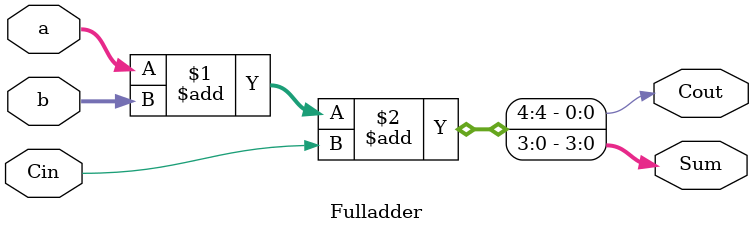
<source format=v>
module Fulladder(a,b,Cin,Sum,Cout);
input [3:0] a;
input [3:0] b;
input Cin;
output Cout;
output [3:0] Sum;
assign {Cout,Sum}=a+b+Cin;

endmodule







</source>
